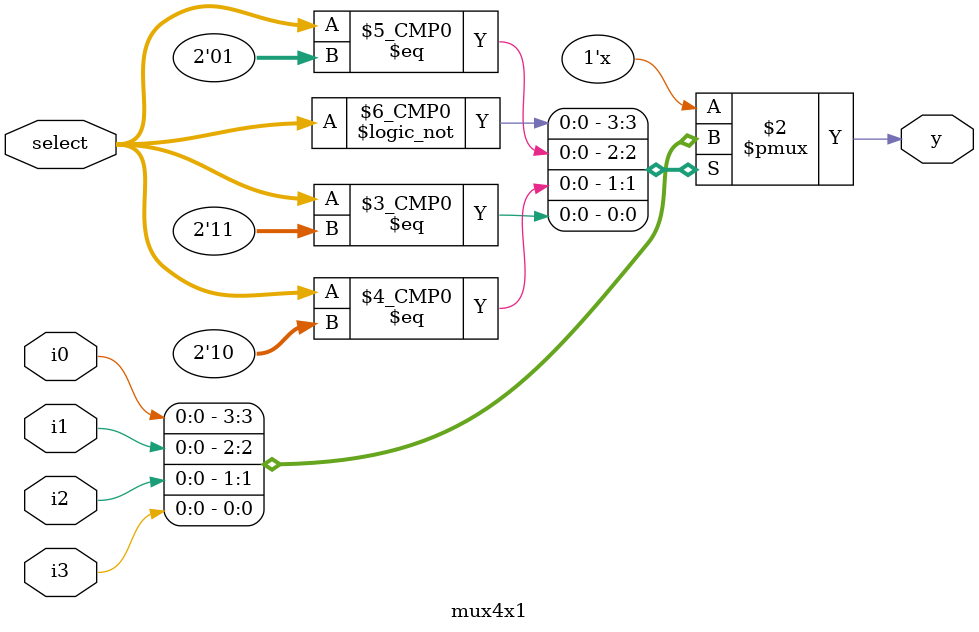
<source format=v>

module mux4x1(i0, i1, i2, i3, select, y);
    input i0, i1, i2, i3;
    input [1:0] select;
    output y;
    reg y;

    always @(i0 or i1 or i2 or i3 or select)
        case (select)
            2'b00: y = i0;
            2'b01: y = i1;
            2'b10: y = i2;
            2'b11: y = i3;
        endcase
endmodule
</source>
